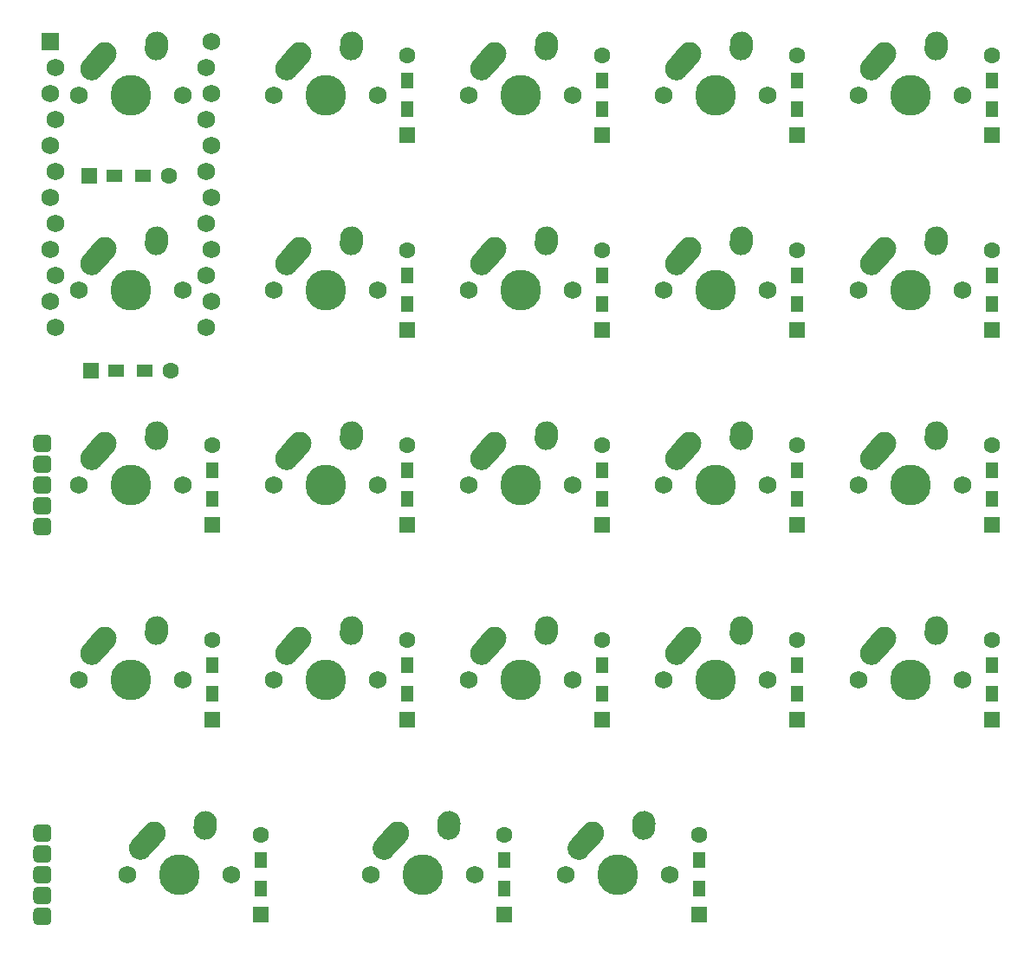
<source format=gbs>
%TF.GenerationSoftware,KiCad,Pcbnew,(5.1.12)-1*%
%TF.CreationDate,2022-01-07T20:18:48-05:00*%
%TF.ProjectId,center-gasket-2,63656e74-6572-42d6-9761-736b65742d32,rev?*%
%TF.SameCoordinates,Original*%
%TF.FileFunction,Soldermask,Bot*%
%TF.FilePolarity,Negative*%
%FSLAX46Y46*%
G04 Gerber Fmt 4.6, Leading zero omitted, Abs format (unit mm)*
G04 Created by KiCad (PCBNEW (5.1.12)-1) date 2022-01-07 20:18:48*
%MOMM*%
%LPD*%
G01*
G04 APERTURE LIST*
%ADD10C,2.250000*%
%ADD11C,3.987800*%
%ADD12C,1.750000*%
%ADD13C,1.752600*%
%ADD14R,1.752600X1.752600*%
%ADD15R,1.600000X1.600000*%
%ADD16C,1.600000*%
%ADD17R,1.200000X1.600000*%
%ADD18R,1.600000X1.200000*%
G04 APERTURE END LIST*
%TO.C,MX38*%
G36*
G01*
X90529733Y-113303645D02*
X90528847Y-113303584D01*
G75*
G02*
X89483916Y-112103847I77403J1122334D01*
G01*
X89523916Y-111523847D01*
G75*
G02*
X90723653Y-110478916I1122334J-77403D01*
G01*
X90723653Y-110478916D01*
G75*
G02*
X91768584Y-111678653I-77403J-1122334D01*
G01*
X91728584Y-112258653D01*
G75*
G02*
X90528847Y-113303584I-1122334J77403D01*
G01*
G37*
D10*
X90646250Y-111601250D03*
G36*
G01*
X83544938Y-114978600D02*
X83544933Y-114978595D01*
G75*
G02*
X83458905Y-113389933I751317J837345D01*
G01*
X84768907Y-111929933D01*
G75*
G02*
X86357569Y-111843905I837345J-751317D01*
G01*
X86357569Y-111843905D01*
G75*
G02*
X86443597Y-113432567I-751317J-837345D01*
G01*
X85133595Y-114892567D01*
G75*
G02*
X83544933Y-114978595I-837345J751317D01*
G01*
G37*
D11*
X88106250Y-116681250D03*
D10*
X85606250Y-112681250D03*
D12*
X83026250Y-116681250D03*
X93186250Y-116681250D03*
%TD*%
%TO.C,M2*%
G36*
G01*
X30968950Y-121215150D02*
X30968950Y-120338850D01*
G75*
G02*
X31407100Y-119900700I438150J0D01*
G01*
X32283400Y-119900700D01*
G75*
G02*
X32721550Y-120338850I0J-438150D01*
G01*
X32721550Y-121215150D01*
G75*
G02*
X32283400Y-121653300I-438150J0D01*
G01*
X31407100Y-121653300D01*
G75*
G02*
X30968950Y-121215150I0J438150D01*
G01*
G37*
G36*
G01*
X30968950Y-119183150D02*
X30968950Y-118306850D01*
G75*
G02*
X31407100Y-117868700I438150J0D01*
G01*
X32283400Y-117868700D01*
G75*
G02*
X32721550Y-118306850I0J-438150D01*
G01*
X32721550Y-119183150D01*
G75*
G02*
X32283400Y-119621300I-438150J0D01*
G01*
X31407100Y-119621300D01*
G75*
G02*
X30968950Y-119183150I0J438150D01*
G01*
G37*
G36*
G01*
X30968950Y-117151150D02*
X30968950Y-116274850D01*
G75*
G02*
X31407100Y-115836700I438150J0D01*
G01*
X32283400Y-115836700D01*
G75*
G02*
X32721550Y-116274850I0J-438150D01*
G01*
X32721550Y-117151150D01*
G75*
G02*
X32283400Y-117589300I-438150J0D01*
G01*
X31407100Y-117589300D01*
G75*
G02*
X30968950Y-117151150I0J438150D01*
G01*
G37*
G36*
G01*
X30968950Y-115119150D02*
X30968950Y-114242850D01*
G75*
G02*
X31407100Y-113804700I438150J0D01*
G01*
X32283400Y-113804700D01*
G75*
G02*
X32721550Y-114242850I0J-438150D01*
G01*
X32721550Y-115119150D01*
G75*
G02*
X32283400Y-115557300I-438150J0D01*
G01*
X31407100Y-115557300D01*
G75*
G02*
X30968950Y-115119150I0J438150D01*
G01*
G37*
G36*
G01*
X30968950Y-113087150D02*
X30968950Y-112210850D01*
G75*
G02*
X31407100Y-111772700I438150J0D01*
G01*
X32283400Y-111772700D01*
G75*
G02*
X32721550Y-112210850I0J-438150D01*
G01*
X32721550Y-113087150D01*
G75*
G02*
X32283400Y-113525300I-438150J0D01*
G01*
X31407100Y-113525300D01*
G75*
G02*
X30968950Y-113087150I0J438150D01*
G01*
G37*
%TD*%
%TO.C,M1*%
G36*
G01*
X30968950Y-74987150D02*
X30968950Y-74110850D01*
G75*
G02*
X31407100Y-73672700I438150J0D01*
G01*
X32283400Y-73672700D01*
G75*
G02*
X32721550Y-74110850I0J-438150D01*
G01*
X32721550Y-74987150D01*
G75*
G02*
X32283400Y-75425300I-438150J0D01*
G01*
X31407100Y-75425300D01*
G75*
G02*
X30968950Y-74987150I0J438150D01*
G01*
G37*
G36*
G01*
X30968950Y-77019150D02*
X30968950Y-76142850D01*
G75*
G02*
X31407100Y-75704700I438150J0D01*
G01*
X32283400Y-75704700D01*
G75*
G02*
X32721550Y-76142850I0J-438150D01*
G01*
X32721550Y-77019150D01*
G75*
G02*
X32283400Y-77457300I-438150J0D01*
G01*
X31407100Y-77457300D01*
G75*
G02*
X30968950Y-77019150I0J438150D01*
G01*
G37*
G36*
G01*
X30968950Y-79051150D02*
X30968950Y-78174850D01*
G75*
G02*
X31407100Y-77736700I438150J0D01*
G01*
X32283400Y-77736700D01*
G75*
G02*
X32721550Y-78174850I0J-438150D01*
G01*
X32721550Y-79051150D01*
G75*
G02*
X32283400Y-79489300I-438150J0D01*
G01*
X31407100Y-79489300D01*
G75*
G02*
X30968950Y-79051150I0J438150D01*
G01*
G37*
G36*
G01*
X30968950Y-81083150D02*
X30968950Y-80206850D01*
G75*
G02*
X31407100Y-79768700I438150J0D01*
G01*
X32283400Y-79768700D01*
G75*
G02*
X32721550Y-80206850I0J-438150D01*
G01*
X32721550Y-81083150D01*
G75*
G02*
X32283400Y-81521300I-438150J0D01*
G01*
X31407100Y-81521300D01*
G75*
G02*
X30968950Y-81083150I0J438150D01*
G01*
G37*
G36*
G01*
X30968950Y-83115150D02*
X30968950Y-82238850D01*
G75*
G02*
X31407100Y-81800700I438150J0D01*
G01*
X32283400Y-81800700D01*
G75*
G02*
X32721550Y-82238850I0J-438150D01*
G01*
X32721550Y-83115150D01*
G75*
G02*
X32283400Y-83553300I-438150J0D01*
G01*
X31407100Y-83553300D01*
G75*
G02*
X30968950Y-83115150I0J438150D01*
G01*
G37*
%TD*%
D13*
%TO.C,U1*%
X48329850Y-35242500D03*
X33089850Y-63182500D03*
X47872650Y-37782500D03*
X48329850Y-40322500D03*
X47872650Y-42862500D03*
X48329850Y-45402500D03*
X47872650Y-47942500D03*
X48329850Y-50482500D03*
X47872650Y-53022500D03*
X48329850Y-55562500D03*
X47872650Y-58102500D03*
X48329850Y-60642500D03*
X47872650Y-63182500D03*
X32632650Y-60642500D03*
X33089850Y-58102500D03*
X32632650Y-55562500D03*
X33089850Y-53022500D03*
X32632650Y-50482500D03*
X33089850Y-47942500D03*
X32632650Y-45402500D03*
X33089850Y-42862500D03*
X32632650Y-40322500D03*
X33089850Y-37782500D03*
D14*
X32632650Y-35242500D03*
%TD*%
%TO.C,MX25*%
G36*
G01*
X42904733Y-56153645D02*
X42903847Y-56153584D01*
G75*
G02*
X41858916Y-54953847I77403J1122334D01*
G01*
X41898916Y-54373847D01*
G75*
G02*
X43098653Y-53328916I1122334J-77403D01*
G01*
X43098653Y-53328916D01*
G75*
G02*
X44143584Y-54528653I-77403J-1122334D01*
G01*
X44103584Y-55108653D01*
G75*
G02*
X42903847Y-56153584I-1122334J77403D01*
G01*
G37*
D10*
X43021250Y-54451250D03*
G36*
G01*
X35919938Y-57828600D02*
X35919933Y-57828595D01*
G75*
G02*
X35833905Y-56239933I751317J837345D01*
G01*
X37143907Y-54779933D01*
G75*
G02*
X38732569Y-54693905I837345J-751317D01*
G01*
X38732569Y-54693905D01*
G75*
G02*
X38818597Y-56282567I-751317J-837345D01*
G01*
X37508595Y-57742567D01*
G75*
G02*
X35919933Y-57828595I-837345J751317D01*
G01*
G37*
D11*
X40481250Y-59531250D03*
D10*
X37981250Y-55531250D03*
D12*
X35401250Y-59531250D03*
X45561250Y-59531250D03*
%TD*%
%TO.C,MX28*%
G36*
G01*
X47667233Y-113303645D02*
X47666347Y-113303584D01*
G75*
G02*
X46621416Y-112103847I77403J1122334D01*
G01*
X46661416Y-111523847D01*
G75*
G02*
X47861153Y-110478916I1122334J-77403D01*
G01*
X47861153Y-110478916D01*
G75*
G02*
X48906084Y-111678653I-77403J-1122334D01*
G01*
X48866084Y-112258653D01*
G75*
G02*
X47666347Y-113303584I-1122334J77403D01*
G01*
G37*
D10*
X47783750Y-111601250D03*
G36*
G01*
X40682438Y-114978600D02*
X40682433Y-114978595D01*
G75*
G02*
X40596405Y-113389933I751317J837345D01*
G01*
X41906407Y-111929933D01*
G75*
G02*
X43495069Y-111843905I837345J-751317D01*
G01*
X43495069Y-111843905D01*
G75*
G02*
X43581097Y-113432567I-751317J-837345D01*
G01*
X42271095Y-114892567D01*
G75*
G02*
X40682433Y-114978595I-837345J751317D01*
G01*
G37*
D11*
X45243750Y-116681250D03*
D10*
X42743750Y-112681250D03*
D12*
X40163750Y-116681250D03*
X50323750Y-116681250D03*
%TD*%
%TO.C,MX46*%
G36*
G01*
X119104733Y-94253645D02*
X119103847Y-94253584D01*
G75*
G02*
X118058916Y-93053847I77403J1122334D01*
G01*
X118098916Y-92473847D01*
G75*
G02*
X119298653Y-91428916I1122334J-77403D01*
G01*
X119298653Y-91428916D01*
G75*
G02*
X120343584Y-92628653I-77403J-1122334D01*
G01*
X120303584Y-93208653D01*
G75*
G02*
X119103847Y-94253584I-1122334J77403D01*
G01*
G37*
D10*
X119221250Y-92551250D03*
G36*
G01*
X112119938Y-95928600D02*
X112119933Y-95928595D01*
G75*
G02*
X112033905Y-94339933I751317J837345D01*
G01*
X113343907Y-92879933D01*
G75*
G02*
X114932569Y-92793905I837345J-751317D01*
G01*
X114932569Y-92793905D01*
G75*
G02*
X115018597Y-94382567I-751317J-837345D01*
G01*
X113708595Y-95842567D01*
G75*
G02*
X112119933Y-95928595I-837345J751317D01*
G01*
G37*
D11*
X116681250Y-97631250D03*
D10*
X114181250Y-93631250D03*
D12*
X111601250Y-97631250D03*
X121761250Y-97631250D03*
%TD*%
%TO.C,MX45*%
G36*
G01*
X119104733Y-75203645D02*
X119103847Y-75203584D01*
G75*
G02*
X118058916Y-74003847I77403J1122334D01*
G01*
X118098916Y-73423847D01*
G75*
G02*
X119298653Y-72378916I1122334J-77403D01*
G01*
X119298653Y-72378916D01*
G75*
G02*
X120343584Y-73578653I-77403J-1122334D01*
G01*
X120303584Y-74158653D01*
G75*
G02*
X119103847Y-75203584I-1122334J77403D01*
G01*
G37*
D10*
X119221250Y-73501250D03*
G36*
G01*
X112119938Y-76878600D02*
X112119933Y-76878595D01*
G75*
G02*
X112033905Y-75289933I751317J837345D01*
G01*
X113343907Y-73829933D01*
G75*
G02*
X114932569Y-73743905I837345J-751317D01*
G01*
X114932569Y-73743905D01*
G75*
G02*
X115018597Y-75332567I-751317J-837345D01*
G01*
X113708595Y-76792567D01*
G75*
G02*
X112119933Y-76878595I-837345J751317D01*
G01*
G37*
D11*
X116681250Y-78581250D03*
D10*
X114181250Y-74581250D03*
D12*
X111601250Y-78581250D03*
X121761250Y-78581250D03*
%TD*%
%TO.C,MX44*%
G36*
G01*
X119104733Y-56153645D02*
X119103847Y-56153584D01*
G75*
G02*
X118058916Y-54953847I77403J1122334D01*
G01*
X118098916Y-54373847D01*
G75*
G02*
X119298653Y-53328916I1122334J-77403D01*
G01*
X119298653Y-53328916D01*
G75*
G02*
X120343584Y-54528653I-77403J-1122334D01*
G01*
X120303584Y-55108653D01*
G75*
G02*
X119103847Y-56153584I-1122334J77403D01*
G01*
G37*
D10*
X119221250Y-54451250D03*
G36*
G01*
X112119938Y-57828600D02*
X112119933Y-57828595D01*
G75*
G02*
X112033905Y-56239933I751317J837345D01*
G01*
X113343907Y-54779933D01*
G75*
G02*
X114932569Y-54693905I837345J-751317D01*
G01*
X114932569Y-54693905D01*
G75*
G02*
X115018597Y-56282567I-751317J-837345D01*
G01*
X113708595Y-57742567D01*
G75*
G02*
X112119933Y-57828595I-837345J751317D01*
G01*
G37*
D11*
X116681250Y-59531250D03*
D10*
X114181250Y-55531250D03*
D12*
X111601250Y-59531250D03*
X121761250Y-59531250D03*
%TD*%
%TO.C,MX43*%
G36*
G01*
X119104733Y-37103645D02*
X119103847Y-37103584D01*
G75*
G02*
X118058916Y-35903847I77403J1122334D01*
G01*
X118098916Y-35323847D01*
G75*
G02*
X119298653Y-34278916I1122334J-77403D01*
G01*
X119298653Y-34278916D01*
G75*
G02*
X120343584Y-35478653I-77403J-1122334D01*
G01*
X120303584Y-36058653D01*
G75*
G02*
X119103847Y-37103584I-1122334J77403D01*
G01*
G37*
D10*
X119221250Y-35401250D03*
G36*
G01*
X112119938Y-38778600D02*
X112119933Y-38778595D01*
G75*
G02*
X112033905Y-37189933I751317J837345D01*
G01*
X113343907Y-35729933D01*
G75*
G02*
X114932569Y-35643905I837345J-751317D01*
G01*
X114932569Y-35643905D01*
G75*
G02*
X115018597Y-37232567I-751317J-837345D01*
G01*
X113708595Y-38692567D01*
G75*
G02*
X112119933Y-38778595I-837345J751317D01*
G01*
G37*
D11*
X116681250Y-40481250D03*
D10*
X114181250Y-36481250D03*
D12*
X111601250Y-40481250D03*
X121761250Y-40481250D03*
%TD*%
%TO.C,MX42*%
G36*
G01*
X100054733Y-94253645D02*
X100053847Y-94253584D01*
G75*
G02*
X99008916Y-93053847I77403J1122334D01*
G01*
X99048916Y-92473847D01*
G75*
G02*
X100248653Y-91428916I1122334J-77403D01*
G01*
X100248653Y-91428916D01*
G75*
G02*
X101293584Y-92628653I-77403J-1122334D01*
G01*
X101253584Y-93208653D01*
G75*
G02*
X100053847Y-94253584I-1122334J77403D01*
G01*
G37*
D10*
X100171250Y-92551250D03*
G36*
G01*
X93069938Y-95928600D02*
X93069933Y-95928595D01*
G75*
G02*
X92983905Y-94339933I751317J837345D01*
G01*
X94293907Y-92879933D01*
G75*
G02*
X95882569Y-92793905I837345J-751317D01*
G01*
X95882569Y-92793905D01*
G75*
G02*
X95968597Y-94382567I-751317J-837345D01*
G01*
X94658595Y-95842567D01*
G75*
G02*
X93069933Y-95928595I-837345J751317D01*
G01*
G37*
D11*
X97631250Y-97631250D03*
D10*
X95131250Y-93631250D03*
D12*
X92551250Y-97631250D03*
X102711250Y-97631250D03*
%TD*%
%TO.C,MX41*%
G36*
G01*
X100054733Y-75203645D02*
X100053847Y-75203584D01*
G75*
G02*
X99008916Y-74003847I77403J1122334D01*
G01*
X99048916Y-73423847D01*
G75*
G02*
X100248653Y-72378916I1122334J-77403D01*
G01*
X100248653Y-72378916D01*
G75*
G02*
X101293584Y-73578653I-77403J-1122334D01*
G01*
X101253584Y-74158653D01*
G75*
G02*
X100053847Y-75203584I-1122334J77403D01*
G01*
G37*
D10*
X100171250Y-73501250D03*
G36*
G01*
X93069938Y-76878600D02*
X93069933Y-76878595D01*
G75*
G02*
X92983905Y-75289933I751317J837345D01*
G01*
X94293907Y-73829933D01*
G75*
G02*
X95882569Y-73743905I837345J-751317D01*
G01*
X95882569Y-73743905D01*
G75*
G02*
X95968597Y-75332567I-751317J-837345D01*
G01*
X94658595Y-76792567D01*
G75*
G02*
X93069933Y-76878595I-837345J751317D01*
G01*
G37*
D11*
X97631250Y-78581250D03*
D10*
X95131250Y-74581250D03*
D12*
X92551250Y-78581250D03*
X102711250Y-78581250D03*
%TD*%
%TO.C,MX40*%
G36*
G01*
X100054733Y-56153645D02*
X100053847Y-56153584D01*
G75*
G02*
X99008916Y-54953847I77403J1122334D01*
G01*
X99048916Y-54373847D01*
G75*
G02*
X100248653Y-53328916I1122334J-77403D01*
G01*
X100248653Y-53328916D01*
G75*
G02*
X101293584Y-54528653I-77403J-1122334D01*
G01*
X101253584Y-55108653D01*
G75*
G02*
X100053847Y-56153584I-1122334J77403D01*
G01*
G37*
D10*
X100171250Y-54451250D03*
G36*
G01*
X93069938Y-57828600D02*
X93069933Y-57828595D01*
G75*
G02*
X92983905Y-56239933I751317J837345D01*
G01*
X94293907Y-54779933D01*
G75*
G02*
X95882569Y-54693905I837345J-751317D01*
G01*
X95882569Y-54693905D01*
G75*
G02*
X95968597Y-56282567I-751317J-837345D01*
G01*
X94658595Y-57742567D01*
G75*
G02*
X93069933Y-57828595I-837345J751317D01*
G01*
G37*
D11*
X97631250Y-59531250D03*
D10*
X95131250Y-55531250D03*
D12*
X92551250Y-59531250D03*
X102711250Y-59531250D03*
%TD*%
%TO.C,MX39*%
G36*
G01*
X100054733Y-37103645D02*
X100053847Y-37103584D01*
G75*
G02*
X99008916Y-35903847I77403J1122334D01*
G01*
X99048916Y-35323847D01*
G75*
G02*
X100248653Y-34278916I1122334J-77403D01*
G01*
X100248653Y-34278916D01*
G75*
G02*
X101293584Y-35478653I-77403J-1122334D01*
G01*
X101253584Y-36058653D01*
G75*
G02*
X100053847Y-37103584I-1122334J77403D01*
G01*
G37*
D10*
X100171250Y-35401250D03*
G36*
G01*
X93069938Y-38778600D02*
X93069933Y-38778595D01*
G75*
G02*
X92983905Y-37189933I751317J837345D01*
G01*
X94293907Y-35729933D01*
G75*
G02*
X95882569Y-35643905I837345J-751317D01*
G01*
X95882569Y-35643905D01*
G75*
G02*
X95968597Y-37232567I-751317J-837345D01*
G01*
X94658595Y-38692567D01*
G75*
G02*
X93069933Y-38778595I-837345J751317D01*
G01*
G37*
D11*
X97631250Y-40481250D03*
D10*
X95131250Y-36481250D03*
D12*
X92551250Y-40481250D03*
X102711250Y-40481250D03*
%TD*%
%TO.C,MX37*%
G36*
G01*
X81004733Y-94253645D02*
X81003847Y-94253584D01*
G75*
G02*
X79958916Y-93053847I77403J1122334D01*
G01*
X79998916Y-92473847D01*
G75*
G02*
X81198653Y-91428916I1122334J-77403D01*
G01*
X81198653Y-91428916D01*
G75*
G02*
X82243584Y-92628653I-77403J-1122334D01*
G01*
X82203584Y-93208653D01*
G75*
G02*
X81003847Y-94253584I-1122334J77403D01*
G01*
G37*
D10*
X81121250Y-92551250D03*
G36*
G01*
X74019938Y-95928600D02*
X74019933Y-95928595D01*
G75*
G02*
X73933905Y-94339933I751317J837345D01*
G01*
X75243907Y-92879933D01*
G75*
G02*
X76832569Y-92793905I837345J-751317D01*
G01*
X76832569Y-92793905D01*
G75*
G02*
X76918597Y-94382567I-751317J-837345D01*
G01*
X75608595Y-95842567D01*
G75*
G02*
X74019933Y-95928595I-837345J751317D01*
G01*
G37*
D11*
X78581250Y-97631250D03*
D10*
X76081250Y-93631250D03*
D12*
X73501250Y-97631250D03*
X83661250Y-97631250D03*
%TD*%
%TO.C,MX36*%
G36*
G01*
X81004733Y-75203645D02*
X81003847Y-75203584D01*
G75*
G02*
X79958916Y-74003847I77403J1122334D01*
G01*
X79998916Y-73423847D01*
G75*
G02*
X81198653Y-72378916I1122334J-77403D01*
G01*
X81198653Y-72378916D01*
G75*
G02*
X82243584Y-73578653I-77403J-1122334D01*
G01*
X82203584Y-74158653D01*
G75*
G02*
X81003847Y-75203584I-1122334J77403D01*
G01*
G37*
D10*
X81121250Y-73501250D03*
G36*
G01*
X74019938Y-76878600D02*
X74019933Y-76878595D01*
G75*
G02*
X73933905Y-75289933I751317J837345D01*
G01*
X75243907Y-73829933D01*
G75*
G02*
X76832569Y-73743905I837345J-751317D01*
G01*
X76832569Y-73743905D01*
G75*
G02*
X76918597Y-75332567I-751317J-837345D01*
G01*
X75608595Y-76792567D01*
G75*
G02*
X74019933Y-76878595I-837345J751317D01*
G01*
G37*
D11*
X78581250Y-78581250D03*
D10*
X76081250Y-74581250D03*
D12*
X73501250Y-78581250D03*
X83661250Y-78581250D03*
%TD*%
%TO.C,MX35*%
G36*
G01*
X81004733Y-56153645D02*
X81003847Y-56153584D01*
G75*
G02*
X79958916Y-54953847I77403J1122334D01*
G01*
X79998916Y-54373847D01*
G75*
G02*
X81198653Y-53328916I1122334J-77403D01*
G01*
X81198653Y-53328916D01*
G75*
G02*
X82243584Y-54528653I-77403J-1122334D01*
G01*
X82203584Y-55108653D01*
G75*
G02*
X81003847Y-56153584I-1122334J77403D01*
G01*
G37*
D10*
X81121250Y-54451250D03*
G36*
G01*
X74019938Y-57828600D02*
X74019933Y-57828595D01*
G75*
G02*
X73933905Y-56239933I751317J837345D01*
G01*
X75243907Y-54779933D01*
G75*
G02*
X76832569Y-54693905I837345J-751317D01*
G01*
X76832569Y-54693905D01*
G75*
G02*
X76918597Y-56282567I-751317J-837345D01*
G01*
X75608595Y-57742567D01*
G75*
G02*
X74019933Y-57828595I-837345J751317D01*
G01*
G37*
D11*
X78581250Y-59531250D03*
D10*
X76081250Y-55531250D03*
D12*
X73501250Y-59531250D03*
X83661250Y-59531250D03*
%TD*%
%TO.C,MX34*%
G36*
G01*
X81004733Y-37103645D02*
X81003847Y-37103584D01*
G75*
G02*
X79958916Y-35903847I77403J1122334D01*
G01*
X79998916Y-35323847D01*
G75*
G02*
X81198653Y-34278916I1122334J-77403D01*
G01*
X81198653Y-34278916D01*
G75*
G02*
X82243584Y-35478653I-77403J-1122334D01*
G01*
X82203584Y-36058653D01*
G75*
G02*
X81003847Y-37103584I-1122334J77403D01*
G01*
G37*
D10*
X81121250Y-35401250D03*
G36*
G01*
X74019938Y-38778600D02*
X74019933Y-38778595D01*
G75*
G02*
X73933905Y-37189933I751317J837345D01*
G01*
X75243907Y-35729933D01*
G75*
G02*
X76832569Y-35643905I837345J-751317D01*
G01*
X76832569Y-35643905D01*
G75*
G02*
X76918597Y-37232567I-751317J-837345D01*
G01*
X75608595Y-38692567D01*
G75*
G02*
X74019933Y-38778595I-837345J751317D01*
G01*
G37*
D11*
X78581250Y-40481250D03*
D10*
X76081250Y-36481250D03*
D12*
X73501250Y-40481250D03*
X83661250Y-40481250D03*
%TD*%
%TO.C,MX33*%
G36*
G01*
X71479733Y-113303645D02*
X71478847Y-113303584D01*
G75*
G02*
X70433916Y-112103847I77403J1122334D01*
G01*
X70473916Y-111523847D01*
G75*
G02*
X71673653Y-110478916I1122334J-77403D01*
G01*
X71673653Y-110478916D01*
G75*
G02*
X72718584Y-111678653I-77403J-1122334D01*
G01*
X72678584Y-112258653D01*
G75*
G02*
X71478847Y-113303584I-1122334J77403D01*
G01*
G37*
D10*
X71596250Y-111601250D03*
G36*
G01*
X64494938Y-114978600D02*
X64494933Y-114978595D01*
G75*
G02*
X64408905Y-113389933I751317J837345D01*
G01*
X65718907Y-111929933D01*
G75*
G02*
X67307569Y-111843905I837345J-751317D01*
G01*
X67307569Y-111843905D01*
G75*
G02*
X67393597Y-113432567I-751317J-837345D01*
G01*
X66083595Y-114892567D01*
G75*
G02*
X64494933Y-114978595I-837345J751317D01*
G01*
G37*
D11*
X69056250Y-116681250D03*
D10*
X66556250Y-112681250D03*
D12*
X63976250Y-116681250D03*
X74136250Y-116681250D03*
%TD*%
%TO.C,MX32*%
G36*
G01*
X61954733Y-94253645D02*
X61953847Y-94253584D01*
G75*
G02*
X60908916Y-93053847I77403J1122334D01*
G01*
X60948916Y-92473847D01*
G75*
G02*
X62148653Y-91428916I1122334J-77403D01*
G01*
X62148653Y-91428916D01*
G75*
G02*
X63193584Y-92628653I-77403J-1122334D01*
G01*
X63153584Y-93208653D01*
G75*
G02*
X61953847Y-94253584I-1122334J77403D01*
G01*
G37*
D10*
X62071250Y-92551250D03*
G36*
G01*
X54969938Y-95928600D02*
X54969933Y-95928595D01*
G75*
G02*
X54883905Y-94339933I751317J837345D01*
G01*
X56193907Y-92879933D01*
G75*
G02*
X57782569Y-92793905I837345J-751317D01*
G01*
X57782569Y-92793905D01*
G75*
G02*
X57868597Y-94382567I-751317J-837345D01*
G01*
X56558595Y-95842567D01*
G75*
G02*
X54969933Y-95928595I-837345J751317D01*
G01*
G37*
D11*
X59531250Y-97631250D03*
D10*
X57031250Y-93631250D03*
D12*
X54451250Y-97631250D03*
X64611250Y-97631250D03*
%TD*%
%TO.C,MX31*%
G36*
G01*
X61954733Y-75203645D02*
X61953847Y-75203584D01*
G75*
G02*
X60908916Y-74003847I77403J1122334D01*
G01*
X60948916Y-73423847D01*
G75*
G02*
X62148653Y-72378916I1122334J-77403D01*
G01*
X62148653Y-72378916D01*
G75*
G02*
X63193584Y-73578653I-77403J-1122334D01*
G01*
X63153584Y-74158653D01*
G75*
G02*
X61953847Y-75203584I-1122334J77403D01*
G01*
G37*
D10*
X62071250Y-73501250D03*
G36*
G01*
X54969938Y-76878600D02*
X54969933Y-76878595D01*
G75*
G02*
X54883905Y-75289933I751317J837345D01*
G01*
X56193907Y-73829933D01*
G75*
G02*
X57782569Y-73743905I837345J-751317D01*
G01*
X57782569Y-73743905D01*
G75*
G02*
X57868597Y-75332567I-751317J-837345D01*
G01*
X56558595Y-76792567D01*
G75*
G02*
X54969933Y-76878595I-837345J751317D01*
G01*
G37*
D11*
X59531250Y-78581250D03*
D10*
X57031250Y-74581250D03*
D12*
X54451250Y-78581250D03*
X64611250Y-78581250D03*
%TD*%
%TO.C,MX30*%
G36*
G01*
X61954733Y-56153645D02*
X61953847Y-56153584D01*
G75*
G02*
X60908916Y-54953847I77403J1122334D01*
G01*
X60948916Y-54373847D01*
G75*
G02*
X62148653Y-53328916I1122334J-77403D01*
G01*
X62148653Y-53328916D01*
G75*
G02*
X63193584Y-54528653I-77403J-1122334D01*
G01*
X63153584Y-55108653D01*
G75*
G02*
X61953847Y-56153584I-1122334J77403D01*
G01*
G37*
D10*
X62071250Y-54451250D03*
G36*
G01*
X54969938Y-57828600D02*
X54969933Y-57828595D01*
G75*
G02*
X54883905Y-56239933I751317J837345D01*
G01*
X56193907Y-54779933D01*
G75*
G02*
X57782569Y-54693905I837345J-751317D01*
G01*
X57782569Y-54693905D01*
G75*
G02*
X57868597Y-56282567I-751317J-837345D01*
G01*
X56558595Y-57742567D01*
G75*
G02*
X54969933Y-57828595I-837345J751317D01*
G01*
G37*
D11*
X59531250Y-59531250D03*
D10*
X57031250Y-55531250D03*
D12*
X54451250Y-59531250D03*
X64611250Y-59531250D03*
%TD*%
%TO.C,MX29*%
G36*
G01*
X61954733Y-37103645D02*
X61953847Y-37103584D01*
G75*
G02*
X60908916Y-35903847I77403J1122334D01*
G01*
X60948916Y-35323847D01*
G75*
G02*
X62148653Y-34278916I1122334J-77403D01*
G01*
X62148653Y-34278916D01*
G75*
G02*
X63193584Y-35478653I-77403J-1122334D01*
G01*
X63153584Y-36058653D01*
G75*
G02*
X61953847Y-37103584I-1122334J77403D01*
G01*
G37*
D10*
X62071250Y-35401250D03*
G36*
G01*
X54969938Y-38778600D02*
X54969933Y-38778595D01*
G75*
G02*
X54883905Y-37189933I751317J837345D01*
G01*
X56193907Y-35729933D01*
G75*
G02*
X57782569Y-35643905I837345J-751317D01*
G01*
X57782569Y-35643905D01*
G75*
G02*
X57868597Y-37232567I-751317J-837345D01*
G01*
X56558595Y-38692567D01*
G75*
G02*
X54969933Y-38778595I-837345J751317D01*
G01*
G37*
D11*
X59531250Y-40481250D03*
D10*
X57031250Y-36481250D03*
D12*
X54451250Y-40481250D03*
X64611250Y-40481250D03*
%TD*%
%TO.C,MX27*%
G36*
G01*
X42904733Y-94253645D02*
X42903847Y-94253584D01*
G75*
G02*
X41858916Y-93053847I77403J1122334D01*
G01*
X41898916Y-92473847D01*
G75*
G02*
X43098653Y-91428916I1122334J-77403D01*
G01*
X43098653Y-91428916D01*
G75*
G02*
X44143584Y-92628653I-77403J-1122334D01*
G01*
X44103584Y-93208653D01*
G75*
G02*
X42903847Y-94253584I-1122334J77403D01*
G01*
G37*
D10*
X43021250Y-92551250D03*
G36*
G01*
X35919938Y-95928600D02*
X35919933Y-95928595D01*
G75*
G02*
X35833905Y-94339933I751317J837345D01*
G01*
X37143907Y-92879933D01*
G75*
G02*
X38732569Y-92793905I837345J-751317D01*
G01*
X38732569Y-92793905D01*
G75*
G02*
X38818597Y-94382567I-751317J-837345D01*
G01*
X37508595Y-95842567D01*
G75*
G02*
X35919933Y-95928595I-837345J751317D01*
G01*
G37*
D11*
X40481250Y-97631250D03*
D10*
X37981250Y-93631250D03*
D12*
X35401250Y-97631250D03*
X45561250Y-97631250D03*
%TD*%
%TO.C,MX26*%
G36*
G01*
X42904733Y-75203645D02*
X42903847Y-75203584D01*
G75*
G02*
X41858916Y-74003847I77403J1122334D01*
G01*
X41898916Y-73423847D01*
G75*
G02*
X43098653Y-72378916I1122334J-77403D01*
G01*
X43098653Y-72378916D01*
G75*
G02*
X44143584Y-73578653I-77403J-1122334D01*
G01*
X44103584Y-74158653D01*
G75*
G02*
X42903847Y-75203584I-1122334J77403D01*
G01*
G37*
D10*
X43021250Y-73501250D03*
G36*
G01*
X35919938Y-76878600D02*
X35919933Y-76878595D01*
G75*
G02*
X35833905Y-75289933I751317J837345D01*
G01*
X37143907Y-73829933D01*
G75*
G02*
X38732569Y-73743905I837345J-751317D01*
G01*
X38732569Y-73743905D01*
G75*
G02*
X38818597Y-75332567I-751317J-837345D01*
G01*
X37508595Y-76792567D01*
G75*
G02*
X35919933Y-76878595I-837345J751317D01*
G01*
G37*
D11*
X40481250Y-78581250D03*
D10*
X37981250Y-74581250D03*
D12*
X35401250Y-78581250D03*
X45561250Y-78581250D03*
%TD*%
%TO.C,MX24*%
G36*
G01*
X42904733Y-37103645D02*
X42903847Y-37103584D01*
G75*
G02*
X41858916Y-35903847I77403J1122334D01*
G01*
X41898916Y-35323847D01*
G75*
G02*
X43098653Y-34278916I1122334J-77403D01*
G01*
X43098653Y-34278916D01*
G75*
G02*
X44143584Y-35478653I-77403J-1122334D01*
G01*
X44103584Y-36058653D01*
G75*
G02*
X42903847Y-37103584I-1122334J77403D01*
G01*
G37*
D10*
X43021250Y-35401250D03*
G36*
G01*
X35919938Y-38778600D02*
X35919933Y-38778595D01*
G75*
G02*
X35833905Y-37189933I751317J837345D01*
G01*
X37143907Y-35729933D01*
G75*
G02*
X38732569Y-35643905I837345J-751317D01*
G01*
X38732569Y-35643905D01*
G75*
G02*
X38818597Y-37232567I-751317J-837345D01*
G01*
X37508595Y-38692567D01*
G75*
G02*
X35919933Y-38778595I-837345J751317D01*
G01*
G37*
D11*
X40481250Y-40481250D03*
D10*
X37981250Y-36481250D03*
D12*
X35401250Y-40481250D03*
X45561250Y-40481250D03*
%TD*%
D15*
%TO.C,D46*%
X124618750Y-101531250D03*
D16*
X124618750Y-93731250D03*
D17*
X124618750Y-99031250D03*
X124618750Y-96231250D03*
%TD*%
D15*
%TO.C,D45*%
X124618750Y-82481250D03*
D16*
X124618750Y-74681250D03*
D17*
X124618750Y-79981250D03*
X124618750Y-77181250D03*
%TD*%
D15*
%TO.C,D44*%
X124618750Y-63431250D03*
D16*
X124618750Y-55631250D03*
D17*
X124618750Y-60931250D03*
X124618750Y-58131250D03*
%TD*%
D15*
%TO.C,D43*%
X124618750Y-44381250D03*
D16*
X124618750Y-36581250D03*
D17*
X124618750Y-41881250D03*
X124618750Y-39081250D03*
%TD*%
D15*
%TO.C,D42*%
X105568750Y-101528250D03*
D16*
X105568750Y-93728250D03*
D17*
X105568750Y-99028250D03*
X105568750Y-96228250D03*
%TD*%
D15*
%TO.C,D41*%
X105568750Y-82481250D03*
D16*
X105568750Y-74681250D03*
D17*
X105568750Y-79981250D03*
X105568750Y-77181250D03*
%TD*%
D15*
%TO.C,D40*%
X105568750Y-63431250D03*
D16*
X105568750Y-55631250D03*
D17*
X105568750Y-60931250D03*
X105568750Y-58131250D03*
%TD*%
D15*
%TO.C,D39*%
X105568750Y-44381250D03*
D16*
X105568750Y-36581250D03*
D17*
X105568750Y-41881250D03*
X105568750Y-39081250D03*
%TD*%
D15*
%TO.C,D38*%
X96043750Y-120581250D03*
D16*
X96043750Y-112781250D03*
D17*
X96043750Y-118081250D03*
X96043750Y-115281250D03*
%TD*%
D15*
%TO.C,D37*%
X86518750Y-101531250D03*
D16*
X86518750Y-93731250D03*
D17*
X86518750Y-99031250D03*
X86518750Y-96231250D03*
%TD*%
D15*
%TO.C,D36*%
X86518750Y-82481250D03*
D16*
X86518750Y-74681250D03*
D17*
X86518750Y-79981250D03*
X86518750Y-77181250D03*
%TD*%
D15*
%TO.C,D35*%
X86518750Y-63431250D03*
D16*
X86518750Y-55631250D03*
D17*
X86518750Y-60931250D03*
X86518750Y-58131250D03*
%TD*%
D15*
%TO.C,D34*%
X86518750Y-44381250D03*
D16*
X86518750Y-36581250D03*
D17*
X86518750Y-41881250D03*
X86518750Y-39081250D03*
%TD*%
D15*
%TO.C,D33*%
X76993750Y-120581250D03*
D16*
X76993750Y-112781250D03*
D17*
X76993750Y-118081250D03*
X76993750Y-115281250D03*
%TD*%
D15*
%TO.C,D32*%
X67468750Y-101531250D03*
D16*
X67468750Y-93731250D03*
D17*
X67468750Y-99031250D03*
X67468750Y-96231250D03*
%TD*%
D15*
%TO.C,D31*%
X67468750Y-82481250D03*
D16*
X67468750Y-74681250D03*
D17*
X67468750Y-79981250D03*
X67468750Y-77181250D03*
%TD*%
D15*
%TO.C,D30*%
X67468750Y-63431250D03*
D16*
X67468750Y-55631250D03*
D17*
X67468750Y-60931250D03*
X67468750Y-58131250D03*
%TD*%
D15*
%TO.C,D29*%
X67468750Y-44381250D03*
D16*
X67468750Y-36581250D03*
D17*
X67468750Y-41881250D03*
X67468750Y-39081250D03*
%TD*%
D15*
%TO.C,D28*%
X53181250Y-120581250D03*
D16*
X53181250Y-112781250D03*
D17*
X53181250Y-118081250D03*
X53181250Y-115281250D03*
%TD*%
D15*
%TO.C,D27*%
X48418750Y-101531250D03*
D16*
X48418750Y-93731250D03*
D17*
X48418750Y-99031250D03*
X48418750Y-96231250D03*
%TD*%
D15*
%TO.C,D26*%
X48418750Y-82481250D03*
D16*
X48418750Y-74681250D03*
D17*
X48418750Y-79981250D03*
X48418750Y-77181250D03*
%TD*%
D15*
%TO.C,D25*%
X36581250Y-67468750D03*
D16*
X44381250Y-67468750D03*
D18*
X39081250Y-67468750D03*
X41881250Y-67468750D03*
%TD*%
D15*
%TO.C,D24*%
X36393750Y-48418750D03*
D16*
X44193750Y-48418750D03*
D18*
X38893750Y-48418750D03*
X41693750Y-48418750D03*
%TD*%
M02*

</source>
